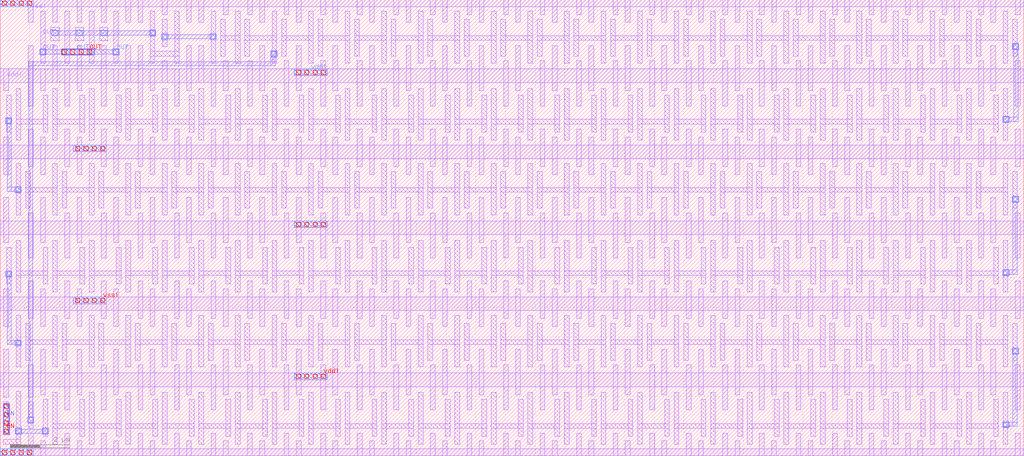
<source format=lef>
VERSION 5.6 ;
BUSBITCHARS "[]" ;
DIVIDERCHAR "/" ;

MACRO ring_161x
  CLASS CORE ;
  ORIGIN 0 0 ;
  FOREIGN ring_161x 0 0 ;
  SIZE 34.44 BY 15.36 ;
  SYMMETRY X Y ;
  SITE CoreSite8T ;
  PIN vss!
    DIRECTION INOUT ;
    USE GROUND ;
    SHAPE ABUTMENT ;
    PORT
      LAYER M1 ;
        RECT 0 0 34.44 0.23 ;
        RECT 34.155 0 34.315 0.76 ;
        RECT 33.335 0 33.495 0.5 ;
        RECT 32.925 0 33.085 0.76 ;
        RECT 32.105 0 32.265 0.5 ;
        RECT 31.695 0 31.855 0.76 ;
        RECT 30.875 0 31.035 0.5 ;
        RECT 30.465 0 30.625 0.76 ;
        RECT 29.645 0 29.805 0.5 ;
        RECT 29.235 0 29.395 0.76 ;
        RECT 28.415 0 28.575 0.5 ;
        RECT 28.005 0 28.165 0.76 ;
        RECT 27.185 0 27.345 0.5 ;
        RECT 26.775 0 26.935 0.76 ;
        RECT 25.955 0 26.115 0.5 ;
        RECT 25.545 0 25.705 0.76 ;
        RECT 24.725 0 24.885 0.5 ;
        RECT 24.315 0 24.475 0.76 ;
        RECT 23.495 0 23.655 0.5 ;
        RECT 23.085 0 23.245 0.76 ;
        RECT 22.265 0 22.425 0.5 ;
        RECT 21.855 0 22.015 0.76 ;
        RECT 21.035 0 21.195 0.5 ;
        RECT 20.625 0 20.785 0.76 ;
        RECT 19.805 0 19.965 0.5 ;
        RECT 19.395 0 19.555 0.76 ;
        RECT 18.575 0 18.735 0.5 ;
        RECT 18.165 0 18.325 0.76 ;
        RECT 17.345 0 17.505 0.5 ;
        RECT 16.935 0 17.095 0.76 ;
        RECT 16.115 0 16.275 0.5 ;
        RECT 15.705 0 15.865 0.76 ;
        RECT 14.885 0 15.045 0.5 ;
        RECT 14.475 0 14.635 0.76 ;
        RECT 13.655 0 13.815 0.5 ;
        RECT 13.245 0 13.405 0.76 ;
        RECT 12.425 0 12.585 0.5 ;
        RECT 12.015 0 12.175 0.76 ;
        RECT 11.195 0 11.355 0.5 ;
        RECT 10.785 0 10.945 0.76 ;
        RECT 9.965 0 10.125 0.5 ;
        RECT 9.555 0 9.715 0.76 ;
        RECT 8.735 0 8.895 0.5 ;
        RECT 8.325 0 8.485 0.76 ;
        RECT 7.505 0 7.665 0.5 ;
        RECT 7.095 0 7.255 0.76 ;
        RECT 6.275 0 6.435 0.5 ;
        RECT 5.865 0 6.025 0.76 ;
        RECT 5.045 0 5.205 0.5 ;
        RECT 4.635 0 4.795 0.76 ;
        RECT 3.815 0 3.975 0.5 ;
        RECT 3.405 0 3.565 0.76 ;
        RECT 2.585 0 2.745 0.5 ;
        RECT 2.175 0 2.335 0.76 ;
        RECT 1.355 0 1.515 0.5 ;
        RECT 0.945 0 1.105 0.76 ;
        RECT 0 4.89 34.44 5.35 ;
        RECT 34.155 4.62 34.315 5.88 ;
        RECT 33.335 4.36 33.495 5.62 ;
        RECT 32.925 4.62 33.085 5.88 ;
        RECT 32.105 4.36 32.265 5.62 ;
        RECT 31.695 4.62 31.855 5.88 ;
        RECT 30.875 4.36 31.035 5.62 ;
        RECT 30.465 4.62 30.625 5.88 ;
        RECT 29.645 4.36 29.805 5.62 ;
        RECT 29.235 4.62 29.395 5.88 ;
        RECT 28.415 4.36 28.575 5.62 ;
        RECT 28.005 4.62 28.165 5.88 ;
        RECT 27.185 4.36 27.345 5.62 ;
        RECT 26.775 4.62 26.935 5.88 ;
        RECT 25.955 4.36 26.115 5.62 ;
        RECT 25.545 4.62 25.705 5.88 ;
        RECT 24.725 4.36 24.885 5.62 ;
        RECT 24.315 4.62 24.475 5.88 ;
        RECT 23.495 4.36 23.655 5.62 ;
        RECT 23.085 4.62 23.245 5.88 ;
        RECT 22.265 4.36 22.425 5.62 ;
        RECT 21.855 4.62 22.015 5.88 ;
        RECT 21.035 4.36 21.195 5.62 ;
        RECT 20.625 4.62 20.785 5.88 ;
        RECT 19.805 4.36 19.965 5.62 ;
        RECT 19.395 4.62 19.555 5.88 ;
        RECT 18.575 4.36 18.735 5.62 ;
        RECT 18.165 4.62 18.325 5.88 ;
        RECT 17.345 4.36 17.505 5.62 ;
        RECT 16.935 4.62 17.095 5.88 ;
        RECT 16.115 4.36 16.275 5.62 ;
        RECT 15.705 4.62 15.865 5.88 ;
        RECT 14.885 4.36 15.045 5.62 ;
        RECT 14.475 4.62 14.635 5.88 ;
        RECT 13.655 4.36 13.815 5.62 ;
        RECT 13.245 4.62 13.405 5.88 ;
        RECT 12.425 4.36 12.585 5.62 ;
        RECT 12.015 4.62 12.175 5.88 ;
        RECT 11.195 4.36 11.355 5.62 ;
        RECT 10.785 4.62 10.945 5.88 ;
        RECT 9.965 4.36 10.125 5.62 ;
        RECT 9.555 4.62 9.715 5.88 ;
        RECT 8.735 4.36 8.895 5.62 ;
        RECT 8.325 4.62 8.485 5.88 ;
        RECT 7.505 4.36 7.665 5.62 ;
        RECT 7.095 4.62 7.255 5.88 ;
        RECT 6.275 4.36 6.435 5.62 ;
        RECT 5.865 4.62 6.025 5.88 ;
        RECT 5.045 4.36 5.205 5.62 ;
        RECT 4.635 4.62 4.795 5.88 ;
        RECT 3.815 4.36 3.975 5.62 ;
        RECT 3.405 4.62 3.565 5.88 ;
        RECT 2.585 4.36 2.745 5.62 ;
        RECT 2.175 4.62 2.335 5.88 ;
        RECT 1.355 4.36 1.515 5.62 ;
        RECT 0.945 4.62 1.105 5.88 ;
        RECT 0.125 4.36 0.285 5.62 ;
        RECT 0 10.01 34.44 10.47 ;
        RECT 34.155 9.74 34.315 11 ;
        RECT 33.335 9.48 33.495 10.74 ;
        RECT 32.925 9.74 33.085 11 ;
        RECT 32.105 9.48 32.265 10.74 ;
        RECT 31.695 9.74 31.855 11 ;
        RECT 30.875 9.48 31.035 10.74 ;
        RECT 30.465 9.74 30.625 11 ;
        RECT 29.645 9.48 29.805 10.74 ;
        RECT 29.235 9.74 29.395 11 ;
        RECT 28.415 9.48 28.575 10.74 ;
        RECT 28.005 9.74 28.165 11 ;
        RECT 27.185 9.48 27.345 10.74 ;
        RECT 26.775 9.74 26.935 11 ;
        RECT 25.955 9.48 26.115 10.74 ;
        RECT 25.545 9.74 25.705 11 ;
        RECT 24.725 9.48 24.885 10.74 ;
        RECT 24.315 9.74 24.475 11 ;
        RECT 23.495 9.48 23.655 10.74 ;
        RECT 23.085 9.74 23.245 11 ;
        RECT 22.265 9.48 22.425 10.74 ;
        RECT 21.855 9.74 22.015 11 ;
        RECT 21.035 9.48 21.195 10.74 ;
        RECT 20.625 9.74 20.785 11 ;
        RECT 19.805 9.48 19.965 10.74 ;
        RECT 19.395 9.74 19.555 11 ;
        RECT 18.575 9.48 18.735 10.74 ;
        RECT 18.165 9.74 18.325 11 ;
        RECT 17.345 9.48 17.505 10.74 ;
        RECT 16.935 9.74 17.095 11 ;
        RECT 16.115 9.48 16.275 10.74 ;
        RECT 15.705 9.74 15.865 11 ;
        RECT 14.885 9.48 15.045 10.74 ;
        RECT 14.475 9.74 14.635 11 ;
        RECT 13.655 9.48 13.815 10.74 ;
        RECT 13.245 9.74 13.405 11 ;
        RECT 12.425 9.48 12.585 10.74 ;
        RECT 12.015 9.74 12.175 11 ;
        RECT 11.195 9.48 11.355 10.74 ;
        RECT 10.785 9.74 10.945 11 ;
        RECT 9.965 9.48 10.125 10.74 ;
        RECT 9.555 9.74 9.715 11 ;
        RECT 8.735 9.48 8.895 10.74 ;
        RECT 8.325 9.74 8.485 11 ;
        RECT 7.505 9.48 7.665 10.74 ;
        RECT 7.095 9.74 7.255 11 ;
        RECT 6.275 9.48 6.435 10.74 ;
        RECT 5.865 9.74 6.025 11 ;
        RECT 5.045 9.48 5.205 10.74 ;
        RECT 4.635 9.74 4.795 11 ;
        RECT 3.815 9.48 3.975 10.74 ;
        RECT 3.405 9.74 3.565 11 ;
        RECT 2.585 9.48 2.745 10.74 ;
        RECT 2.175 9.74 2.335 11 ;
        RECT 1.355 9.48 1.515 10.74 ;
        RECT 0.945 9.74 1.105 11 ;
        RECT 0.125 9.48 0.285 10.74 ;
        RECT 0 15.13 34.44 15.36 ;
        RECT 34.155 14.86 34.315 15.36 ;
        RECT 33.335 14.6 33.495 15.36 ;
        RECT 32.925 14.86 33.085 15.36 ;
        RECT 32.105 14.6 32.265 15.36 ;
        RECT 31.695 14.86 31.855 15.36 ;
        RECT 30.875 14.6 31.035 15.36 ;
        RECT 30.465 14.86 30.625 15.36 ;
        RECT 29.645 14.6 29.805 15.36 ;
        RECT 29.235 14.86 29.395 15.36 ;
        RECT 28.415 14.6 28.575 15.36 ;
        RECT 28.005 14.86 28.165 15.36 ;
        RECT 27.185 14.6 27.345 15.36 ;
        RECT 26.775 14.86 26.935 15.36 ;
        RECT 25.955 14.6 26.115 15.36 ;
        RECT 25.545 14.86 25.705 15.36 ;
        RECT 24.725 14.6 24.885 15.36 ;
        RECT 24.315 14.86 24.475 15.36 ;
        RECT 23.495 14.6 23.655 15.36 ;
        RECT 23.085 14.86 23.245 15.36 ;
        RECT 22.265 14.6 22.425 15.36 ;
        RECT 21.855 14.86 22.015 15.36 ;
        RECT 21.035 14.6 21.195 15.36 ;
        RECT 20.625 14.86 20.785 15.36 ;
        RECT 19.805 14.6 19.965 15.36 ;
        RECT 19.395 14.86 19.555 15.36 ;
        RECT 18.575 14.6 18.735 15.36 ;
        RECT 18.165 14.86 18.325 15.36 ;
        RECT 17.345 14.6 17.505 15.36 ;
        RECT 16.935 14.86 17.095 15.36 ;
        RECT 16.115 14.6 16.275 15.36 ;
        RECT 15.705 14.86 15.865 15.36 ;
        RECT 14.885 14.6 15.045 15.36 ;
        RECT 14.475 14.86 14.635 15.36 ;
        RECT 13.655 14.6 13.815 15.36 ;
        RECT 13.245 14.86 13.405 15.36 ;
        RECT 12.425 14.6 12.585 15.36 ;
        RECT 12.015 14.86 12.175 15.36 ;
        RECT 11.195 14.6 11.355 15.36 ;
        RECT 10.785 14.86 10.945 15.36 ;
        RECT 9.965 14.6 10.125 15.36 ;
        RECT 9.555 14.86 9.715 15.36 ;
        RECT 8.735 14.6 8.895 15.36 ;
        RECT 8.325 14.86 8.485 15.36 ;
        RECT 7.505 14.86 7.665 15.36 ;
        RECT 6.685 14.6 6.845 15.36 ;
        RECT 6.275 14.6 6.435 15.36 ;
        RECT 5.455 14.86 5.615 15.36 ;
        RECT 4.635 14.6 4.795 15.36 ;
        RECT 4.225 14.6 4.385 15.36 ;
        RECT 3.405 14.6 3.565 15.36 ;
        RECT 2.585 14.6 2.745 15.36 ;
        RECT 1.765 14.6 1.925 15.36 ;
        RECT 0.945 14.6 1.105 15.36 ;
      LAYER M2 ;
        RECT 2.46 5.12 3.575 5.35 ;
        RECT 2.46 10.24 3.575 10.47 ;
        RECT 0 0 1.115 0.23 ;
        RECT 0 15.13 1.115 15.36 ;
      LAYER M3 ;
        RECT 2.46 5.12 3.575 5.35 ;
        RECT 2.46 10.24 3.575 10.47 ;
        RECT 0 0 1.115 0.23 ;
        RECT 0 15.13 1.115 15.36 ;
      LAYER V12 ;
        RECT 0.075 15.17 0.215 15.31 ;
        RECT 0.075 0.04 0.215 0.18 ;
        RECT 0.355 15.17 0.495 15.31 ;
        RECT 0.355 0.04 0.495 0.18 ;
        RECT 0.635 15.17 0.775 15.31 ;
        RECT 0.635 0.04 0.775 0.18 ;
        RECT 0.915 15.17 1.055 15.31 ;
        RECT 0.915 0.04 1.055 0.18 ;
        RECT 2.535 10.28 2.675 10.42 ;
        RECT 2.535 5.16 2.675 5.3 ;
        RECT 2.815 10.28 2.955 10.42 ;
        RECT 2.815 5.16 2.955 5.3 ;
        RECT 3.095 10.28 3.235 10.42 ;
        RECT 3.095 5.16 3.235 5.3 ;
        RECT 3.375 10.28 3.515 10.42 ;
        RECT 3.375 5.16 3.515 5.3 ;
      LAYER V23 ;
        RECT 0.075 15.17 0.215 15.31 ;
        RECT 0.075 0.04 0.215 0.18 ;
        RECT 0.355 15.17 0.495 15.31 ;
        RECT 0.355 0.04 0.495 0.18 ;
        RECT 0.635 15.17 0.775 15.31 ;
        RECT 0.635 0.04 0.775 0.18 ;
        RECT 0.915 15.17 1.055 15.31 ;
        RECT 0.915 0.04 1.055 0.18 ;
        RECT 2.535 10.28 2.675 10.42 ;
        RECT 2.535 5.16 2.675 5.3 ;
        RECT 2.815 10.28 2.955 10.42 ;
        RECT 2.815 5.16 2.955 5.3 ;
        RECT 3.095 10.28 3.235 10.42 ;
        RECT 3.095 5.16 3.235 5.3 ;
        RECT 3.375 10.28 3.515 10.42 ;
        RECT 3.375 5.16 3.515 5.3 ;
    END
  END vss!
  PIN EN
    DIRECTION INPUT ;
    USE SIGNAL ;
    PORT
      LAYER M1 ;
        RECT 0.115 0.71 0.295 1.77 ;
        RECT 0.125 0.71 0.285 1.81 ;
      LAYER M2 ;
        RECT 0.095 0.73 0.315 1.75 ;
      LAYER M3 ;
        RECT 0.115 0.71 0.295 1.77 ;
      LAYER V12 ;
        RECT 0.135 1.59 0.275 1.73 ;
        RECT 0.135 1.31 0.275 1.45 ;
        RECT 0.135 1.03 0.275 1.17 ;
        RECT 0.135 0.75 0.275 0.89 ;
      LAYER V23 ;
        RECT 0.135 1.59 0.275 1.73 ;
        RECT 0.135 1.31 0.275 1.45 ;
        RECT 0.135 1.03 0.275 1.17 ;
        RECT 0.135 0.75 0.275 0.89 ;
    END
  END EN
  PIN OUT
    DIRECTION INOUT ;
    USE SIGNAL ;
    PORT
      LAYER M1 ;
        RECT 3.805 13.49 3.985 13.71 ;
        RECT 3.815 13.23 3.975 14.97 ;
        RECT 2.985 13.49 3.165 13.71 ;
        RECT 2.995 13.23 3.155 14.97 ;
        RECT 2.165 13.49 2.345 13.71 ;
        RECT 2.175 13.23 2.335 14.97 ;
        RECT 1.345 13.49 1.525 13.71 ;
        RECT 1.355 13.23 1.515 14.97 ;
      LAYER M2 ;
        RECT 3.785 13.51 4.005 13.69 ;
        RECT 1.325 13.53 4.005 13.67 ;
        RECT 2.05 13.51 3.185 13.69 ;
        RECT 1.325 13.51 1.545 13.69 ;
      LAYER M3 ;
        RECT 2.07 13.49 3.09 13.71 ;
      LAYER V12 ;
        RECT 1.365 13.53 1.505 13.67 ;
        RECT 2.185 13.53 2.325 13.67 ;
        RECT 3.005 13.53 3.145 13.67 ;
        RECT 3.825 13.53 3.965 13.67 ;
      LAYER V23 ;
        RECT 2.09 13.53 2.23 13.67 ;
        RECT 2.37 13.53 2.51 13.67 ;
        RECT 2.65 13.53 2.79 13.67 ;
        RECT 2.93 13.53 3.07 13.67 ;
    END
  END OUT
  PIN vdd!
    DIRECTION INOUT ;
    USE POWER ;
    SHAPE ABUTMENT ;
    PORT
      LAYER M1 ;
        RECT 0 2.33 34.44 2.79 ;
        RECT 34.155 1.54 34.315 3.06 ;
        RECT 33.335 2.06 33.495 3.58 ;
        RECT 32.925 1.54 33.085 3.06 ;
        RECT 32.105 2.06 32.265 3.58 ;
        RECT 31.695 1.54 31.855 3.06 ;
        RECT 30.875 2.06 31.035 3.58 ;
        RECT 30.465 1.54 30.625 3.06 ;
        RECT 29.645 2.06 29.805 3.58 ;
        RECT 29.235 1.54 29.395 3.06 ;
        RECT 28.415 2.06 28.575 3.58 ;
        RECT 28.005 1.54 28.165 3.06 ;
        RECT 27.185 2.06 27.345 3.58 ;
        RECT 26.775 1.54 26.935 3.06 ;
        RECT 25.955 2.06 26.115 3.58 ;
        RECT 25.545 1.54 25.705 3.06 ;
        RECT 24.725 2.06 24.885 3.58 ;
        RECT 24.315 1.54 24.475 3.06 ;
        RECT 23.495 2.06 23.655 3.58 ;
        RECT 23.085 1.54 23.245 3.06 ;
        RECT 22.265 2.06 22.425 3.58 ;
        RECT 21.855 1.54 22.015 3.06 ;
        RECT 21.035 2.06 21.195 3.58 ;
        RECT 20.625 1.54 20.785 3.06 ;
        RECT 19.805 2.06 19.965 3.58 ;
        RECT 19.395 1.54 19.555 3.06 ;
        RECT 18.575 2.06 18.735 3.58 ;
        RECT 18.165 1.54 18.325 3.06 ;
        RECT 17.345 2.06 17.505 3.58 ;
        RECT 16.935 1.54 17.095 3.06 ;
        RECT 16.115 2.06 16.275 3.58 ;
        RECT 15.705 1.54 15.865 3.06 ;
        RECT 14.885 2.06 15.045 3.58 ;
        RECT 14.475 1.54 14.635 3.06 ;
        RECT 13.655 2.06 13.815 3.58 ;
        RECT 13.245 1.54 13.405 3.06 ;
        RECT 12.425 2.06 12.585 3.58 ;
        RECT 12.015 1.54 12.175 3.06 ;
        RECT 11.195 2.06 11.355 3.58 ;
        RECT 10.785 1.54 10.945 3.06 ;
        RECT 9.965 2.06 10.125 3.58 ;
        RECT 9.555 1.54 9.715 3.06 ;
        RECT 8.735 2.06 8.895 3.58 ;
        RECT 8.325 1.54 8.485 3.06 ;
        RECT 7.505 2.06 7.665 3.58 ;
        RECT 7.095 1.54 7.255 3.06 ;
        RECT 6.275 2.06 6.435 3.58 ;
        RECT 5.865 1.54 6.025 3.06 ;
        RECT 5.045 2.06 5.205 3.58 ;
        RECT 4.635 1.54 4.795 3.06 ;
        RECT 3.815 2.06 3.975 3.58 ;
        RECT 3.405 1.54 3.565 3.06 ;
        RECT 2.585 2.06 2.745 3.58 ;
        RECT 2.175 1.54 2.335 3.06 ;
        RECT 1.355 2.06 1.515 3.58 ;
        RECT 0.945 1.97 1.105 3.06 ;
        RECT 0.125 1.97 0.285 3.58 ;
        RECT 0 7.45 34.44 7.91 ;
        RECT 34.155 6.66 34.315 8.18 ;
        RECT 33.335 7.18 33.495 8.7 ;
        RECT 32.925 6.66 33.085 8.18 ;
        RECT 32.105 7.18 32.265 8.7 ;
        RECT 31.695 6.66 31.855 8.18 ;
        RECT 30.875 7.18 31.035 8.7 ;
        RECT 30.465 6.66 30.625 8.18 ;
        RECT 29.645 7.18 29.805 8.7 ;
        RECT 29.235 6.66 29.395 8.18 ;
        RECT 28.415 7.18 28.575 8.7 ;
        RECT 28.005 6.66 28.165 8.18 ;
        RECT 27.185 7.18 27.345 8.7 ;
        RECT 26.775 6.66 26.935 8.18 ;
        RECT 25.955 7.18 26.115 8.7 ;
        RECT 25.545 6.66 25.705 8.18 ;
        RECT 24.725 7.18 24.885 8.7 ;
        RECT 24.315 6.66 24.475 8.18 ;
        RECT 23.495 7.18 23.655 8.7 ;
        RECT 23.085 6.66 23.245 8.18 ;
        RECT 22.265 7.18 22.425 8.7 ;
        RECT 21.855 6.66 22.015 8.18 ;
        RECT 21.035 7.18 21.195 8.7 ;
        RECT 20.625 6.66 20.785 8.18 ;
        RECT 19.805 7.18 19.965 8.7 ;
        RECT 19.395 6.66 19.555 8.18 ;
        RECT 18.575 7.18 18.735 8.7 ;
        RECT 18.165 6.66 18.325 8.18 ;
        RECT 17.345 7.18 17.505 8.7 ;
        RECT 16.935 6.66 17.095 8.18 ;
        RECT 16.115 7.18 16.275 8.7 ;
        RECT 15.705 6.66 15.865 8.18 ;
        RECT 14.885 7.18 15.045 8.7 ;
        RECT 14.475 6.66 14.635 8.18 ;
        RECT 13.655 7.18 13.815 8.7 ;
        RECT 13.245 6.66 13.405 8.18 ;
        RECT 12.425 7.18 12.585 8.7 ;
        RECT 12.015 6.66 12.175 8.18 ;
        RECT 11.195 7.18 11.355 8.7 ;
        RECT 10.785 6.66 10.945 8.18 ;
        RECT 9.965 7.18 10.125 8.7 ;
        RECT 9.555 6.66 9.715 8.18 ;
        RECT 8.735 7.18 8.895 8.7 ;
        RECT 8.325 6.66 8.485 8.18 ;
        RECT 7.505 7.18 7.665 8.7 ;
        RECT 7.095 6.66 7.255 8.18 ;
        RECT 6.275 7.18 6.435 8.7 ;
        RECT 5.865 6.66 6.025 8.18 ;
        RECT 5.045 7.18 5.205 8.7 ;
        RECT 4.635 6.66 4.795 8.18 ;
        RECT 3.815 7.18 3.975 8.7 ;
        RECT 3.405 6.66 3.565 8.18 ;
        RECT 2.585 7.18 2.745 8.7 ;
        RECT 2.175 6.66 2.335 8.18 ;
        RECT 1.355 7.18 1.515 8.7 ;
        RECT 0.945 6.66 1.105 8.18 ;
        RECT 0.125 7.18 0.285 8.7 ;
        RECT 0 12.57 34.44 13.03 ;
        RECT 34.155 11.78 34.315 13.3 ;
        RECT 33.335 12.3 33.495 13.82 ;
        RECT 32.925 11.78 33.085 13.3 ;
        RECT 32.105 12.3 32.265 13.82 ;
        RECT 31.695 11.78 31.855 13.3 ;
        RECT 30.875 12.3 31.035 13.82 ;
        RECT 30.465 11.78 30.625 13.3 ;
        RECT 29.645 12.3 29.805 13.82 ;
        RECT 29.235 11.78 29.395 13.3 ;
        RECT 28.415 12.3 28.575 13.82 ;
        RECT 28.005 11.78 28.165 13.3 ;
        RECT 27.185 12.3 27.345 13.82 ;
        RECT 26.775 11.78 26.935 13.3 ;
        RECT 25.955 12.3 26.115 13.82 ;
        RECT 25.545 11.78 25.705 13.3 ;
        RECT 24.725 12.3 24.885 13.82 ;
        RECT 24.315 11.78 24.475 13.3 ;
        RECT 23.495 12.3 23.655 13.82 ;
        RECT 23.085 11.78 23.245 13.3 ;
        RECT 22.265 12.3 22.425 13.82 ;
        RECT 21.855 11.78 22.015 13.3 ;
        RECT 21.035 12.3 21.195 13.82 ;
        RECT 20.625 11.78 20.785 13.3 ;
        RECT 19.805 12.3 19.965 13.82 ;
        RECT 19.395 11.78 19.555 13.3 ;
        RECT 18.575 12.3 18.735 13.82 ;
        RECT 18.165 11.78 18.325 13.3 ;
        RECT 17.345 12.3 17.505 13.82 ;
        RECT 16.935 11.78 17.095 13.3 ;
        RECT 16.115 12.3 16.275 13.82 ;
        RECT 15.705 11.78 15.865 13.3 ;
        RECT 14.885 12.3 15.045 13.82 ;
        RECT 14.475 11.78 14.635 13.3 ;
        RECT 13.655 12.3 13.815 13.82 ;
        RECT 13.245 11.78 13.405 13.3 ;
        RECT 12.425 12.3 12.585 13.82 ;
        RECT 12.015 11.78 12.175 13.3 ;
        RECT 11.195 12.3 11.355 13.82 ;
        RECT 10.785 11.78 10.945 13.3 ;
        RECT 9.965 12.3 10.125 13.82 ;
        RECT 9.555 11.78 9.715 13.3 ;
        RECT 8.735 12.3 8.895 13.82 ;
        RECT 8.325 11.78 8.485 13.3 ;
        RECT 7.505 12.3 7.665 13.3 ;
        RECT 7.095 11.78 7.255 13.03 ;
        RECT 6.685 12.57 6.845 13.82 ;
        RECT 6.275 12.3 6.435 13.82 ;
        RECT 5.865 11.78 6.025 13.03 ;
        RECT 5.455 12.57 5.615 13.3 ;
        RECT 5.045 12.3 5.205 13.03 ;
        RECT 4.635 11.78 4.795 13.82 ;
        RECT 4.225 12.57 4.385 13.82 ;
        RECT 3.815 12.3 3.975 13.03 ;
        RECT 3.405 11.78 3.565 13.82 ;
        RECT 2.585 12.3 2.745 13.82 ;
        RECT 2.175 11.78 2.335 13.03 ;
        RECT 1.765 12.57 1.925 13.82 ;
        RECT 1.355 12.3 1.515 13.03 ;
        RECT 0.945 11.78 1.105 13.82 ;
        RECT 0.125 12.3 0.285 13.03 ;
      LAYER M2 ;
        RECT 9.89 2.56 11.005 2.79 ;
        RECT 9.89 7.68 11.005 7.91 ;
        RECT 9.89 12.8 11.005 13.03 ;
      LAYER M3 ;
        RECT 9.89 2.56 11.005 2.79 ;
        RECT 9.89 7.68 11.005 7.91 ;
        RECT 9.89 12.8 11.005 13.03 ;
      LAYER V12 ;
        RECT 9.965 12.84 10.105 12.98 ;
        RECT 9.965 7.72 10.105 7.86 ;
        RECT 9.965 2.6 10.105 2.74 ;
        RECT 10.245 12.84 10.385 12.98 ;
        RECT 10.245 7.72 10.385 7.86 ;
        RECT 10.245 2.6 10.385 2.74 ;
        RECT 10.525 12.84 10.665 12.98 ;
        RECT 10.525 7.72 10.665 7.86 ;
        RECT 10.525 2.6 10.665 2.74 ;
        RECT 10.805 12.84 10.945 12.98 ;
        RECT 10.805 7.72 10.945 7.86 ;
        RECT 10.805 2.6 10.945 2.74 ;
      LAYER V23 ;
        RECT 9.965 12.84 10.105 12.98 ;
        RECT 9.965 7.72 10.105 7.86 ;
        RECT 9.965 2.6 10.105 2.74 ;
        RECT 10.245 12.84 10.385 12.98 ;
        RECT 10.245 7.72 10.385 7.86 ;
        RECT 10.245 2.6 10.385 2.74 ;
        RECT 10.525 12.84 10.665 12.98 ;
        RECT 10.525 7.72 10.665 7.86 ;
        RECT 10.525 2.6 10.665 2.74 ;
        RECT 10.805 12.84 10.945 12.98 ;
        RECT 10.805 7.72 10.945 7.86 ;
        RECT 10.805 2.6 10.945 2.74 ;
    END
  END vdd!
  OBS
    LAYER M1 ;
      RECT 34.065 3.22 34.225 4.46 ;
      RECT 34.065 3.41 34.245 3.63 ;
      RECT 34.065 8.34 34.225 9.58 ;
      RECT 34.065 8.525 34.245 8.745 ;
      RECT 34.065 13.46 34.225 14.7 ;
      RECT 34.065 13.675 34.245 13.895 ;
      RECT 33.745 0.39 33.905 2.13 ;
      RECT 33.745 0.935 33.925 1.155 ;
      RECT 33.745 5.51 33.905 7.25 ;
      RECT 33.745 6.05 33.925 6.27 ;
      RECT 33.745 10.63 33.905 12.37 ;
      RECT 33.745 11.22 33.925 11.44 ;
      RECT 33.745 2.99 33.905 4.73 ;
      RECT 32.835 3.22 32.995 4.46 ;
      RECT 32.835 3.745 33.905 3.905 ;
      RECT 33.745 8.11 33.905 9.85 ;
      RECT 32.835 8.34 32.995 9.58 ;
      RECT 32.835 8.875 33.905 9.035 ;
      RECT 33.745 13.23 33.905 14.97 ;
      RECT 32.835 13.46 32.995 14.7 ;
      RECT 32.835 13.995 33.905 14.155 ;
      RECT 32.515 0.39 32.675 2.13 ;
      RECT 33.425 0.66 33.585 1.9 ;
      RECT 32.515 0.925 33.585 1.085 ;
      RECT 32.515 5.51 32.675 7.25 ;
      RECT 33.425 5.78 33.585 7.02 ;
      RECT 32.515 6.065 33.585 6.225 ;
      RECT 32.515 10.63 32.675 12.37 ;
      RECT 33.425 10.9 33.585 12.14 ;
      RECT 32.515 11.175 33.585 11.335 ;
      RECT 32.515 2.99 32.675 4.73 ;
      RECT 31.605 3.22 31.765 4.46 ;
      RECT 31.605 3.745 32.675 3.905 ;
      RECT 32.515 8.11 32.675 9.85 ;
      RECT 31.605 8.34 31.765 9.58 ;
      RECT 31.605 8.875 32.675 9.035 ;
      RECT 32.515 13.23 32.675 14.97 ;
      RECT 31.605 13.46 31.765 14.7 ;
      RECT 31.605 13.995 32.675 14.155 ;
      RECT 31.285 0.39 31.445 2.13 ;
      RECT 32.195 0.66 32.355 1.9 ;
      RECT 31.285 0.925 32.355 1.085 ;
      RECT 31.285 5.51 31.445 7.25 ;
      RECT 32.195 5.78 32.355 7.02 ;
      RECT 31.285 6.065 32.355 6.225 ;
      RECT 31.285 10.63 31.445 12.37 ;
      RECT 32.195 10.9 32.355 12.14 ;
      RECT 31.285 11.175 32.355 11.335 ;
      RECT 31.285 2.99 31.445 4.73 ;
      RECT 30.375 3.22 30.535 4.46 ;
      RECT 30.375 3.745 31.445 3.905 ;
      RECT 31.285 8.11 31.445 9.85 ;
      RECT 30.375 8.34 30.535 9.58 ;
      RECT 30.375 8.875 31.445 9.035 ;
      RECT 31.285 13.23 31.445 14.97 ;
      RECT 30.375 13.46 30.535 14.7 ;
      RECT 30.375 13.995 31.445 14.155 ;
      RECT 30.055 0.39 30.215 2.13 ;
      RECT 30.965 0.66 31.125 1.9 ;
      RECT 30.055 0.925 31.125 1.085 ;
      RECT 30.055 5.51 30.215 7.25 ;
      RECT 30.965 5.78 31.125 7.02 ;
      RECT 30.055 6.065 31.125 6.225 ;
      RECT 30.055 10.63 30.215 12.37 ;
      RECT 30.965 10.9 31.125 12.14 ;
      RECT 30.055 11.175 31.125 11.335 ;
      RECT 30.055 2.99 30.215 4.73 ;
      RECT 29.145 3.22 29.305 4.46 ;
      RECT 29.145 3.745 30.215 3.905 ;
      RECT 30.055 8.11 30.215 9.85 ;
      RECT 29.145 8.34 29.305 9.58 ;
      RECT 29.145 8.875 30.215 9.035 ;
      RECT 30.055 13.23 30.215 14.97 ;
      RECT 29.145 13.46 29.305 14.7 ;
      RECT 29.145 13.995 30.215 14.155 ;
      RECT 28.825 0.39 28.985 2.13 ;
      RECT 29.735 0.66 29.895 1.9 ;
      RECT 28.825 0.925 29.895 1.085 ;
      RECT 28.825 5.51 28.985 7.25 ;
      RECT 29.735 5.78 29.895 7.02 ;
      RECT 28.825 6.065 29.895 6.225 ;
      RECT 28.825 10.63 28.985 12.37 ;
      RECT 29.735 10.9 29.895 12.14 ;
      RECT 28.825 11.175 29.895 11.335 ;
      RECT 28.825 2.99 28.985 4.73 ;
      RECT 27.915 3.22 28.075 4.46 ;
      RECT 27.915 3.745 28.985 3.905 ;
      RECT 28.825 8.11 28.985 9.85 ;
      RECT 27.915 8.34 28.075 9.58 ;
      RECT 27.915 8.875 28.985 9.035 ;
      RECT 28.825 13.23 28.985 14.97 ;
      RECT 27.915 13.46 28.075 14.7 ;
      RECT 27.915 13.995 28.985 14.155 ;
      RECT 27.595 0.39 27.755 2.13 ;
      RECT 28.505 0.66 28.665 1.9 ;
      RECT 27.595 0.925 28.665 1.085 ;
      RECT 27.595 5.51 27.755 7.25 ;
      RECT 28.505 5.78 28.665 7.02 ;
      RECT 27.595 6.065 28.665 6.225 ;
      RECT 27.595 10.63 27.755 12.37 ;
      RECT 28.505 10.9 28.665 12.14 ;
      RECT 27.595 11.175 28.665 11.335 ;
      RECT 27.595 2.99 27.755 4.73 ;
      RECT 26.685 3.22 26.845 4.46 ;
      RECT 26.685 3.745 27.755 3.905 ;
      RECT 27.595 8.11 27.755 9.85 ;
      RECT 26.685 8.34 26.845 9.58 ;
      RECT 26.685 8.875 27.755 9.035 ;
      RECT 27.595 13.23 27.755 14.97 ;
      RECT 26.685 13.46 26.845 14.7 ;
      RECT 26.685 13.995 27.755 14.155 ;
      RECT 26.365 0.39 26.525 2.13 ;
      RECT 27.275 0.66 27.435 1.9 ;
      RECT 26.365 0.925 27.435 1.085 ;
      RECT 26.365 5.51 26.525 7.25 ;
      RECT 27.275 5.78 27.435 7.02 ;
      RECT 26.365 6.065 27.435 6.225 ;
      RECT 26.365 10.63 26.525 12.37 ;
      RECT 27.275 10.9 27.435 12.14 ;
      RECT 26.365 11.175 27.435 11.335 ;
      RECT 26.365 2.99 26.525 4.73 ;
      RECT 25.455 3.22 25.615 4.46 ;
      RECT 25.455 3.745 26.525 3.905 ;
      RECT 26.365 8.11 26.525 9.85 ;
      RECT 25.455 8.34 25.615 9.58 ;
      RECT 25.455 8.875 26.525 9.035 ;
      RECT 26.365 13.23 26.525 14.97 ;
      RECT 25.455 13.46 25.615 14.7 ;
      RECT 25.455 13.995 26.525 14.155 ;
      RECT 25.135 0.39 25.295 2.13 ;
      RECT 26.045 0.66 26.205 1.9 ;
      RECT 25.135 0.925 26.205 1.085 ;
      RECT 25.135 5.51 25.295 7.25 ;
      RECT 26.045 5.78 26.205 7.02 ;
      RECT 25.135 6.065 26.205 6.225 ;
      RECT 25.135 10.63 25.295 12.37 ;
      RECT 26.045 10.9 26.205 12.14 ;
      RECT 25.135 11.175 26.205 11.335 ;
      RECT 25.135 2.99 25.295 4.73 ;
      RECT 24.225 3.22 24.385 4.46 ;
      RECT 24.225 3.745 25.295 3.905 ;
      RECT 25.135 8.11 25.295 9.85 ;
      RECT 24.225 8.34 24.385 9.58 ;
      RECT 24.225 8.875 25.295 9.035 ;
      RECT 25.135 13.23 25.295 14.97 ;
      RECT 24.225 13.46 24.385 14.7 ;
      RECT 24.225 13.995 25.295 14.155 ;
      RECT 23.905 0.39 24.065 2.13 ;
      RECT 24.815 0.66 24.975 1.9 ;
      RECT 23.905 0.925 24.975 1.085 ;
      RECT 23.905 5.51 24.065 7.25 ;
      RECT 24.815 5.78 24.975 7.02 ;
      RECT 23.905 6.065 24.975 6.225 ;
      RECT 23.905 10.63 24.065 12.37 ;
      RECT 24.815 10.9 24.975 12.14 ;
      RECT 23.905 11.175 24.975 11.335 ;
      RECT 23.905 2.99 24.065 4.73 ;
      RECT 22.995 3.22 23.155 4.46 ;
      RECT 22.995 3.745 24.065 3.905 ;
      RECT 23.905 8.11 24.065 9.85 ;
      RECT 22.995 8.34 23.155 9.58 ;
      RECT 22.995 8.875 24.065 9.035 ;
      RECT 23.905 13.23 24.065 14.97 ;
      RECT 22.995 13.46 23.155 14.7 ;
      RECT 22.995 13.995 24.065 14.155 ;
      RECT 22.675 0.39 22.835 2.13 ;
      RECT 23.585 0.66 23.745 1.9 ;
      RECT 22.675 0.925 23.745 1.085 ;
      RECT 22.675 5.51 22.835 7.25 ;
      RECT 23.585 5.78 23.745 7.02 ;
      RECT 22.675 6.065 23.745 6.225 ;
      RECT 22.675 10.63 22.835 12.37 ;
      RECT 23.585 10.9 23.745 12.14 ;
      RECT 22.675 11.175 23.745 11.335 ;
      RECT 22.675 2.99 22.835 4.73 ;
      RECT 21.765 3.22 21.925 4.46 ;
      RECT 21.765 3.745 22.835 3.905 ;
      RECT 22.675 8.11 22.835 9.85 ;
      RECT 21.765 8.34 21.925 9.58 ;
      RECT 21.765 8.875 22.835 9.035 ;
      RECT 22.675 13.23 22.835 14.97 ;
      RECT 21.765 13.46 21.925 14.7 ;
      RECT 21.765 13.995 22.835 14.155 ;
      RECT 21.445 0.39 21.605 2.13 ;
      RECT 22.355 0.66 22.515 1.9 ;
      RECT 21.445 0.925 22.515 1.085 ;
      RECT 21.445 5.51 21.605 7.25 ;
      RECT 22.355 5.78 22.515 7.02 ;
      RECT 21.445 6.065 22.515 6.225 ;
      RECT 21.445 10.63 21.605 12.37 ;
      RECT 22.355 10.9 22.515 12.14 ;
      RECT 21.445 11.175 22.515 11.335 ;
      RECT 21.445 2.99 21.605 4.73 ;
      RECT 20.535 3.22 20.695 4.46 ;
      RECT 20.535 3.745 21.605 3.905 ;
      RECT 21.445 8.11 21.605 9.85 ;
      RECT 20.535 8.34 20.695 9.58 ;
      RECT 20.535 8.875 21.605 9.035 ;
      RECT 21.445 13.23 21.605 14.97 ;
      RECT 20.535 13.46 20.695 14.7 ;
      RECT 20.535 13.995 21.605 14.155 ;
      RECT 20.215 0.39 20.375 2.13 ;
      RECT 21.125 0.66 21.285 1.9 ;
      RECT 20.215 0.925 21.285 1.085 ;
      RECT 20.215 5.51 20.375 7.25 ;
      RECT 21.125 5.78 21.285 7.02 ;
      RECT 20.215 6.065 21.285 6.225 ;
      RECT 20.215 10.63 20.375 12.37 ;
      RECT 21.125 10.9 21.285 12.14 ;
      RECT 20.215 11.175 21.285 11.335 ;
      RECT 20.215 2.99 20.375 4.73 ;
      RECT 19.305 3.22 19.465 4.46 ;
      RECT 19.305 3.745 20.375 3.905 ;
      RECT 20.215 8.11 20.375 9.85 ;
      RECT 19.305 8.34 19.465 9.58 ;
      RECT 19.305 8.875 20.375 9.035 ;
      RECT 20.215 13.23 20.375 14.97 ;
      RECT 19.305 13.46 19.465 14.7 ;
      RECT 19.305 13.995 20.375 14.155 ;
      RECT 18.985 0.39 19.145 2.13 ;
      RECT 19.895 0.66 20.055 1.9 ;
      RECT 18.985 0.925 20.055 1.085 ;
      RECT 18.985 5.51 19.145 7.25 ;
      RECT 19.895 5.78 20.055 7.02 ;
      RECT 18.985 6.065 20.055 6.225 ;
      RECT 18.985 10.63 19.145 12.37 ;
      RECT 19.895 10.9 20.055 12.14 ;
      RECT 18.985 11.175 20.055 11.335 ;
      RECT 18.985 2.99 19.145 4.73 ;
      RECT 18.075 3.22 18.235 4.46 ;
      RECT 18.075 3.745 19.145 3.905 ;
      RECT 18.985 8.11 19.145 9.85 ;
      RECT 18.075 8.34 18.235 9.58 ;
      RECT 18.075 8.875 19.145 9.035 ;
      RECT 18.985 13.23 19.145 14.97 ;
      RECT 18.075 13.46 18.235 14.7 ;
      RECT 18.075 13.995 19.145 14.155 ;
      RECT 17.755 0.39 17.915 2.13 ;
      RECT 18.665 0.66 18.825 1.9 ;
      RECT 17.755 0.925 18.825 1.085 ;
      RECT 17.755 5.51 17.915 7.25 ;
      RECT 18.665 5.78 18.825 7.02 ;
      RECT 17.755 6.065 18.825 6.225 ;
      RECT 17.755 10.63 17.915 12.37 ;
      RECT 18.665 10.9 18.825 12.14 ;
      RECT 17.755 11.175 18.825 11.335 ;
      RECT 17.755 2.99 17.915 4.73 ;
      RECT 16.845 3.22 17.005 4.46 ;
      RECT 16.845 3.745 17.915 3.905 ;
      RECT 17.755 8.11 17.915 9.85 ;
      RECT 16.845 8.34 17.005 9.58 ;
      RECT 16.845 8.875 17.915 9.035 ;
      RECT 17.755 13.23 17.915 14.97 ;
      RECT 16.845 13.46 17.005 14.7 ;
      RECT 16.845 13.995 17.915 14.155 ;
      RECT 16.525 0.39 16.685 2.13 ;
      RECT 17.435 0.66 17.595 1.9 ;
      RECT 16.525 0.925 17.595 1.085 ;
      RECT 16.525 5.51 16.685 7.25 ;
      RECT 17.435 5.78 17.595 7.02 ;
      RECT 16.525 6.065 17.595 6.225 ;
      RECT 16.525 10.63 16.685 12.37 ;
      RECT 17.435 10.9 17.595 12.14 ;
      RECT 16.525 11.175 17.595 11.335 ;
      RECT 16.525 2.99 16.685 4.73 ;
      RECT 15.615 3.22 15.775 4.46 ;
      RECT 15.615 3.745 16.685 3.905 ;
      RECT 16.525 8.11 16.685 9.85 ;
      RECT 15.615 8.34 15.775 9.58 ;
      RECT 15.615 8.875 16.685 9.035 ;
      RECT 16.525 13.23 16.685 14.97 ;
      RECT 15.615 13.46 15.775 14.7 ;
      RECT 15.615 13.995 16.685 14.155 ;
      RECT 15.295 0.39 15.455 2.13 ;
      RECT 16.205 0.66 16.365 1.9 ;
      RECT 15.295 0.925 16.365 1.085 ;
      RECT 15.295 5.51 15.455 7.25 ;
      RECT 16.205 5.78 16.365 7.02 ;
      RECT 15.295 6.065 16.365 6.225 ;
      RECT 15.295 10.63 15.455 12.37 ;
      RECT 16.205 10.9 16.365 12.14 ;
      RECT 15.295 11.175 16.365 11.335 ;
      RECT 15.295 2.99 15.455 4.73 ;
      RECT 14.385 3.22 14.545 4.46 ;
      RECT 14.385 3.745 15.455 3.905 ;
      RECT 15.295 8.11 15.455 9.85 ;
      RECT 14.385 8.34 14.545 9.58 ;
      RECT 14.385 8.875 15.455 9.035 ;
      RECT 15.295 13.23 15.455 14.97 ;
      RECT 14.385 13.46 14.545 14.7 ;
      RECT 14.385 13.995 15.455 14.155 ;
      RECT 14.065 0.39 14.225 2.13 ;
      RECT 14.975 0.66 15.135 1.9 ;
      RECT 14.065 0.925 15.135 1.085 ;
      RECT 14.065 5.51 14.225 7.25 ;
      RECT 14.975 5.78 15.135 7.02 ;
      RECT 14.065 6.065 15.135 6.225 ;
      RECT 14.065 10.63 14.225 12.37 ;
      RECT 14.975 10.9 15.135 12.14 ;
      RECT 14.065 11.175 15.135 11.335 ;
      RECT 14.065 2.99 14.225 4.73 ;
      RECT 13.155 3.22 13.315 4.46 ;
      RECT 13.155 3.745 14.225 3.905 ;
      RECT 14.065 8.11 14.225 9.85 ;
      RECT 13.155 8.34 13.315 9.58 ;
      RECT 13.155 8.875 14.225 9.035 ;
      RECT 14.065 13.23 14.225 14.97 ;
      RECT 13.155 13.46 13.315 14.7 ;
      RECT 13.155 13.995 14.225 14.155 ;
      RECT 12.835 0.39 12.995 2.13 ;
      RECT 13.745 0.66 13.905 1.9 ;
      RECT 12.835 0.925 13.905 1.085 ;
      RECT 12.835 5.51 12.995 7.25 ;
      RECT 13.745 5.78 13.905 7.02 ;
      RECT 12.835 6.065 13.905 6.225 ;
      RECT 12.835 10.63 12.995 12.37 ;
      RECT 13.745 10.9 13.905 12.14 ;
      RECT 12.835 11.175 13.905 11.335 ;
      RECT 12.835 2.99 12.995 4.73 ;
      RECT 11.925 3.22 12.085 4.46 ;
      RECT 11.925 3.745 12.995 3.905 ;
      RECT 12.835 8.11 12.995 9.85 ;
      RECT 11.925 8.34 12.085 9.58 ;
      RECT 11.925 8.875 12.995 9.035 ;
      RECT 12.835 13.23 12.995 14.97 ;
      RECT 11.925 13.46 12.085 14.7 ;
      RECT 11.925 13.995 12.995 14.155 ;
      RECT 11.605 0.39 11.765 2.13 ;
      RECT 12.515 0.66 12.675 1.9 ;
      RECT 11.605 0.925 12.675 1.085 ;
      RECT 11.605 5.51 11.765 7.25 ;
      RECT 12.515 5.78 12.675 7.02 ;
      RECT 11.605 6.065 12.675 6.225 ;
      RECT 11.605 10.63 11.765 12.37 ;
      RECT 12.515 10.9 12.675 12.14 ;
      RECT 11.605 11.175 12.675 11.335 ;
      RECT 11.605 2.99 11.765 4.73 ;
      RECT 10.695 3.22 10.855 4.46 ;
      RECT 10.695 3.745 11.765 3.905 ;
      RECT 11.605 8.11 11.765 9.85 ;
      RECT 10.695 8.34 10.855 9.58 ;
      RECT 10.695 8.875 11.765 9.035 ;
      RECT 11.605 13.23 11.765 14.97 ;
      RECT 10.695 13.46 10.855 14.7 ;
      RECT 10.695 13.995 11.765 14.155 ;
      RECT 10.375 0.39 10.535 2.13 ;
      RECT 11.285 0.66 11.445 1.9 ;
      RECT 10.375 0.925 11.445 1.085 ;
      RECT 10.375 5.51 10.535 7.25 ;
      RECT 11.285 5.78 11.445 7.02 ;
      RECT 10.375 6.065 11.445 6.225 ;
      RECT 10.375 10.63 10.535 12.37 ;
      RECT 11.285 10.9 11.445 12.14 ;
      RECT 10.375 11.175 11.445 11.335 ;
      RECT 10.375 2.99 10.535 4.73 ;
      RECT 9.465 3.22 9.625 4.46 ;
      RECT 9.465 3.745 10.535 3.905 ;
      RECT 10.375 8.11 10.535 9.85 ;
      RECT 9.465 8.34 9.625 9.58 ;
      RECT 9.465 8.875 10.535 9.035 ;
      RECT 10.375 13.23 10.535 14.97 ;
      RECT 9.465 13.46 9.625 14.7 ;
      RECT 9.465 13.995 10.535 14.155 ;
      RECT 9.145 0.39 9.305 2.13 ;
      RECT 10.055 0.66 10.215 1.9 ;
      RECT 9.145 0.925 10.215 1.085 ;
      RECT 9.145 5.51 9.305 7.25 ;
      RECT 10.055 5.78 10.215 7.02 ;
      RECT 9.145 6.065 10.215 6.225 ;
      RECT 9.145 10.63 9.305 12.37 ;
      RECT 10.055 10.9 10.215 12.14 ;
      RECT 9.145 11.175 10.215 11.335 ;
      RECT 9.145 2.99 9.305 4.73 ;
      RECT 8.235 3.22 8.395 4.46 ;
      RECT 8.235 3.745 9.305 3.905 ;
      RECT 9.145 8.11 9.305 9.85 ;
      RECT 8.235 8.34 8.395 9.58 ;
      RECT 8.235 8.875 9.305 9.035 ;
      RECT 9.145 13.23 9.305 14.97 ;
      RECT 8.235 13.46 8.395 14.7 ;
      RECT 8.235 13.995 9.305 14.155 ;
      RECT 9.125 13.43 9.305 13.65 ;
      RECT 7.915 0.39 8.075 2.13 ;
      RECT 8.825 0.66 8.985 1.9 ;
      RECT 7.915 0.925 8.985 1.085 ;
      RECT 7.915 5.51 8.075 7.25 ;
      RECT 8.825 5.78 8.985 7.02 ;
      RECT 7.915 6.065 8.985 6.225 ;
      RECT 7.915 10.63 8.075 12.37 ;
      RECT 8.825 10.9 8.985 12.14 ;
      RECT 7.915 11.175 8.985 11.335 ;
      RECT 7.915 2.99 8.075 4.73 ;
      RECT 7.005 3.22 7.165 4.46 ;
      RECT 7.005 3.745 8.075 3.905 ;
      RECT 7.915 8.11 8.075 9.85 ;
      RECT 7.005 8.34 7.165 9.58 ;
      RECT 7.005 8.875 8.075 9.035 ;
      RECT 7.915 13.23 8.075 14.97 ;
      RECT 7.415 13.46 7.575 14.7 ;
      RECT 7.415 13.995 8.075 14.155 ;
      RECT 6.685 0.39 6.845 2.13 ;
      RECT 7.595 0.66 7.755 1.9 ;
      RECT 6.685 0.925 7.755 1.085 ;
      RECT 6.685 5.51 6.845 7.25 ;
      RECT 7.595 5.78 7.755 7.02 ;
      RECT 6.685 6.065 7.755 6.225 ;
      RECT 6.685 10.63 6.845 12.37 ;
      RECT 7.595 10.9 7.755 12.14 ;
      RECT 6.685 11.175 7.755 11.335 ;
      RECT 7.095 13.23 7.255 14.97 ;
      RECT 7.075 14.005 7.255 14.225 ;
      RECT 6.685 2.99 6.845 4.73 ;
      RECT 5.775 3.22 5.935 4.46 ;
      RECT 5.775 3.745 6.845 3.905 ;
      RECT 6.685 8.11 6.845 9.85 ;
      RECT 5.775 8.34 5.935 9.58 ;
      RECT 5.775 8.875 6.845 9.035 ;
      RECT 5.455 0.39 5.615 2.13 ;
      RECT 6.365 0.66 6.525 1.9 ;
      RECT 5.455 0.925 6.525 1.085 ;
      RECT 5.455 5.51 5.615 7.25 ;
      RECT 6.365 5.78 6.525 7.02 ;
      RECT 5.455 6.065 6.525 6.225 ;
      RECT 5.455 10.63 5.615 12.37 ;
      RECT 6.365 10.9 6.525 12.14 ;
      RECT 5.455 11.175 6.525 11.335 ;
      RECT 5.865 13.23 6.025 14.97 ;
      RECT 5.045 13.23 5.205 14.97 ;
      RECT 5.02 14.155 5.24 14.335 ;
      RECT 5.045 13.46 6.025 13.62 ;
      RECT 5.455 13.78 5.615 14.7 ;
      RECT 5.445 14.005 5.625 14.225 ;
      RECT 5.455 2.99 5.615 4.73 ;
      RECT 4.545 3.22 4.705 4.46 ;
      RECT 4.545 3.745 5.615 3.905 ;
      RECT 5.455 8.11 5.615 9.85 ;
      RECT 4.545 8.34 4.705 9.58 ;
      RECT 4.545 8.875 5.615 9.035 ;
      RECT 4.225 0.39 4.385 2.13 ;
      RECT 5.135 0.66 5.295 1.9 ;
      RECT 4.225 0.925 5.295 1.085 ;
      RECT 4.225 5.51 4.385 7.25 ;
      RECT 5.135 5.78 5.295 7.02 ;
      RECT 4.225 6.065 5.295 6.225 ;
      RECT 4.225 10.63 4.385 12.37 ;
      RECT 5.135 10.9 5.295 12.14 ;
      RECT 4.225 11.175 5.295 11.335 ;
      RECT 4.225 2.99 4.385 4.73 ;
      RECT 3.315 3.22 3.475 4.46 ;
      RECT 3.315 3.745 4.385 3.905 ;
      RECT 4.225 8.11 4.385 9.85 ;
      RECT 3.315 8.34 3.475 9.58 ;
      RECT 3.315 8.875 4.385 9.035 ;
      RECT 2.995 0.39 3.155 2.13 ;
      RECT 3.905 0.66 4.065 1.9 ;
      RECT 2.995 0.925 4.065 1.085 ;
      RECT 2.995 5.51 3.155 7.25 ;
      RECT 3.905 5.78 4.065 7.02 ;
      RECT 2.995 6.065 4.065 6.225 ;
      RECT 2.995 10.63 3.155 12.37 ;
      RECT 3.905 10.9 4.065 12.14 ;
      RECT 2.995 11.175 4.065 11.335 ;
      RECT 2.995 2.99 3.155 4.73 ;
      RECT 2.085 3.22 2.245 4.46 ;
      RECT 2.085 3.745 3.155 3.905 ;
      RECT 2.995 8.11 3.155 9.85 ;
      RECT 2.085 8.34 2.245 9.58 ;
      RECT 2.085 8.875 3.155 9.035 ;
      RECT 1.765 0.39 1.925 2.13 ;
      RECT 2.675 0.66 2.835 1.9 ;
      RECT 1.765 0.925 2.835 1.085 ;
      RECT 1.765 5.51 1.925 7.25 ;
      RECT 2.675 5.78 2.835 7.02 ;
      RECT 1.765 6.065 2.835 6.225 ;
      RECT 1.765 10.63 1.925 12.37 ;
      RECT 2.675 10.9 2.835 12.14 ;
      RECT 1.765 11.175 2.835 11.335 ;
      RECT 1.765 2.99 1.925 4.73 ;
      RECT 0.855 3.22 1.015 4.46 ;
      RECT 0.855 3.745 1.925 3.905 ;
      RECT 1.765 8.11 1.925 9.85 ;
      RECT 0.855 8.34 1.015 9.58 ;
      RECT 0.855 8.875 1.925 9.035 ;
      RECT 1.445 0.66 1.605 1.9 ;
      RECT 1.425 0.72 1.605 0.94 ;
      RECT 0.535 5.51 0.695 7.25 ;
      RECT 1.445 5.78 1.605 7.02 ;
      RECT 0.535 6.065 1.605 6.225 ;
      RECT 0.535 10.63 0.695 12.37 ;
      RECT 1.445 10.9 1.605 12.14 ;
      RECT 0.535 11.175 1.605 11.335 ;
      RECT 0.945 0.92 1.105 1.81 ;
      RECT 0.915 1.115 1.135 1.295 ;
      RECT 0.535 0.39 0.695 2.17 ;
      RECT 0.525 0.72 0.705 0.94 ;
      RECT 0.105 0.39 0.695 0.55 ;
      RECT 0.535 2.99 0.695 4.73 ;
      RECT 0.515 3.69 0.695 3.91 ;
      RECT 0.535 8.11 0.695 9.85 ;
      RECT 0.515 8.845 0.695 9.065 ;
      RECT 0.215 5.78 0.375 7.02 ;
      RECT 0.195 6.015 0.375 6.235 ;
      RECT 0.215 10.9 0.375 12.14 ;
      RECT 0.195 11.17 0.375 11.39 ;
      RECT 3.345 13.98 3.625 14.44 ;
      RECT 2.525 13.98 2.805 14.44 ;
      RECT 1.705 13.98 1.985 14.44 ;
    LAYER V12 ;
      RECT 34.085 3.45 34.225 3.59 ;
      RECT 34.085 8.565 34.225 8.705 ;
      RECT 34.085 13.715 34.225 13.855 ;
      RECT 33.765 0.975 33.905 1.115 ;
      RECT 33.765 6.09 33.905 6.23 ;
      RECT 33.765 11.26 33.905 11.4 ;
      RECT 9.145 13.47 9.285 13.61 ;
      RECT 7.095 14.045 7.235 14.185 ;
      RECT 5.465 14.045 5.605 14.185 ;
      RECT 5.06 14.175 5.2 14.315 ;
      RECT 3.415 14.17 3.555 14.31 ;
      RECT 2.595 14.17 2.735 14.31 ;
      RECT 1.775 14.17 1.915 14.31 ;
      RECT 1.445 0.76 1.585 0.9 ;
      RECT 0.955 1.135 1.095 1.275 ;
      RECT 0.545 0.76 0.685 0.9 ;
      RECT 0.535 3.73 0.675 3.87 ;
      RECT 0.535 8.885 0.675 9.025 ;
      RECT 0.215 6.055 0.355 6.195 ;
      RECT 0.215 11.21 0.355 11.35 ;
    LAYER M2 ;
      RECT 34.045 3.43 34.265 3.61 ;
      RECT 34.075 0.995 34.215 3.61 ;
      RECT 33.725 0.995 34.215 1.135 ;
      RECT 33.725 0.955 33.945 1.135 ;
      RECT 34.045 8.545 34.265 8.725 ;
      RECT 34.075 6.11 34.215 8.725 ;
      RECT 33.725 6.11 34.215 6.25 ;
      RECT 33.725 6.07 33.945 6.25 ;
      RECT 34.045 13.695 34.265 13.875 ;
      RECT 34.105 11.26 34.245 13.875 ;
      RECT 33.725 11.24 33.945 11.42 ;
      RECT 33.725 11.26 34.245 11.4 ;
      RECT 9.105 13.45 9.325 13.63 ;
      RECT 9.105 13.135 9.245 13.63 ;
      RECT 0.955 13.135 9.245 13.275 ;
      RECT 0.955 1.095 1.095 13.275 ;
      RECT 0.935 1.095 1.115 1.315 ;
      RECT 7.055 14.025 7.275 14.205 ;
      RECT 5.425 14.025 5.645 14.205 ;
      RECT 5.425 14.045 7.275 14.185 ;
      RECT 5.04 14.135 5.22 14.355 ;
      RECT 3.375 14.15 3.595 14.33 ;
      RECT 2.555 14.15 2.775 14.33 ;
      RECT 1.735 14.15 1.955 14.33 ;
      RECT 1.735 14.17 5.22 14.31 ;
      RECT 1.405 0.74 1.625 0.92 ;
      RECT 0.505 0.74 0.725 0.92 ;
      RECT 0.505 0.76 1.625 0.9 ;
      RECT 0.175 6.035 0.395 6.215 ;
      RECT 0.23 6.025 0.395 6.215 ;
      RECT 0.23 3.75 0.37 6.215 ;
      RECT 0.23 3.75 0.715 3.89 ;
      RECT 0.495 3.71 0.715 3.89 ;
      RECT 0.175 11.19 0.395 11.37 ;
      RECT 0.23 11.18 0.395 11.37 ;
      RECT 0.23 8.905 0.37 11.37 ;
      RECT 0.23 8.905 0.715 9.045 ;
      RECT 0.495 8.865 0.715 9.045 ;
  END
END ring_161x

END LIBRARY

</source>
